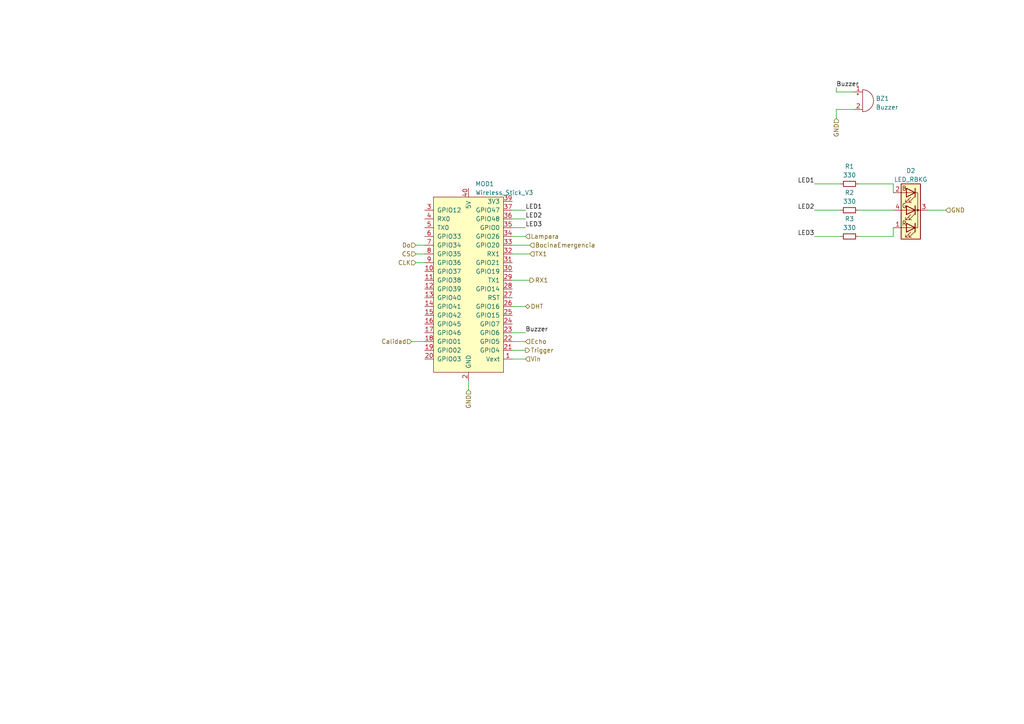
<source format=kicad_sch>
(kicad_sch (version 20230121) (generator eeschema)
  (paper "A4")
  (lib_symbols
    (symbol "Device:Buzzer" (pin_names (offset 0.0254) hide)
      (property "Reference" "BZ" (at 3.81 1.27 0))
      (property "Value" "Buzzer" (at 3.81 -1.27 0))
      (symbol "Buzzer_0_1"
        (arc (start 0 -3.175) (mid 3.1612 0) (end 0 3.175))
        (polyline (pts (xy -1.651 1.905) (xy -1.143 1.905)))
        (polyline (pts (xy -1.397 2.159) (xy -1.397 1.651)))
        (polyline (pts (xy 0 3.175) (xy 0 -3.175)))
      )
      (symbol "Buzzer_1_1"
        (pin passive line (at -2.54 2.54 0) (length 2.54) (name "-") (number "1"))
        (pin passive line (at -2.54 -2.54 0) (length 2.54) (name "+") (number "2"))
      )
    )
    (symbol "Device:LED_RBKG" (pin_names (offset 0) hide)
      (property "Reference" "D" (at 0 9.398 0))
      (property "Value" "LED_RBKG" (at 0 -8.89 0))
      (symbol "LED_RBKG_0_0"
        (text "B" (at 1.905 -6.35 0) (effects (font (size 1.27 1.27))))
        (text "G" (at 1.905 -1.27 0) (effects (font (size 1.27 1.27))))
        (text "R" (at 1.905 3.81 0) (effects (font (size 1.27 1.27))))
      )
      (symbol "LED_RBKG_0_1"
        (circle (center -2.032 0) (radius 0.254) (fill (type outline)))
        (polyline (pts (xy -1.27 -5.08) (xy 1.27 -5.08)))
        (polyline (pts (xy -1.27 -3.81) (xy -1.27 -6.35)) (stroke (width 0.254)))
        (polyline (pts (xy -1.27 0) (xy -2.54 0)))
        (polyline (pts (xy -1.27 1.27) (xy -1.27 -1.27)) (stroke (width 0.254)))
        (polyline (pts (xy -1.27 5.08) (xy 1.27 5.08)))
        (polyline (pts (xy -1.27 6.35) (xy -1.27 3.81)) (stroke (width 0.254)))
        (polyline (pts (xy 1.27 -5.08) (xy 2.54 -5.08)))
        (polyline (pts (xy 1.27 0) (xy -1.27 0)))
        (polyline (pts (xy 1.27 0) (xy 2.54 0)))
        (polyline (pts (xy 1.27 5.08) (xy 2.54 5.08)))
        (polyline (pts (xy -1.27 1.27) (xy -1.27 -1.27) (xy -1.27 -1.27)))
        (polyline (pts (xy -1.27 6.35) (xy -1.27 3.81) (xy -1.27 3.81)))
        (polyline (pts (xy -1.27 5.08) (xy -2.032 5.08) (xy -2.032 -5.08) (xy -1.016 -5.08)))
        (polyline (pts (xy 1.27 -3.81) (xy 1.27 -6.35) (xy -1.27 -5.08) (xy 1.27 -3.81)) (stroke (width 0.254)))
        (polyline (pts (xy 1.27 1.27) (xy 1.27 -1.27) (xy -1.27 0) (xy 1.27 1.27)) (stroke (width 0.254)))
        (polyline (pts (xy 1.27 6.35) (xy 1.27 3.81) (xy -1.27 5.08) (xy 1.27 6.35)) (stroke (width 0.254)))
        (polyline (pts (xy -1.016 -3.81) (xy 0.508 -2.286) (xy -0.254 -2.286) (xy 0.508 -2.286) (xy 0.508 -3.048)))
        (polyline (pts (xy -1.016 1.27) (xy 0.508 2.794) (xy -0.254 2.794) (xy 0.508 2.794) (xy 0.508 2.032)))
        (polyline (pts (xy -1.016 6.35) (xy 0.508 7.874) (xy -0.254 7.874) (xy 0.508 7.874) (xy 0.508 7.112)))
        (polyline (pts (xy 0 -3.81) (xy 1.524 -2.286) (xy 0.762 -2.286) (xy 1.524 -2.286) (xy 1.524 -3.048)))
        (polyline (pts (xy 0 1.27) (xy 1.524 2.794) (xy 0.762 2.794) (xy 1.524 2.794) (xy 1.524 2.032)))
        (polyline (pts (xy 0 6.35) (xy 1.524 7.874) (xy 0.762 7.874) (xy 1.524 7.874) (xy 1.524 7.112)))
        (rectangle (start 1.27 -1.27) (end 1.27 1.27))
        (rectangle (start 1.27 1.27) (end 1.27 1.27))
        (rectangle (start 1.27 3.81) (end 1.27 6.35))
        (rectangle (start 1.27 6.35) (end 1.27 6.35))
        (rectangle (start 2.794 8.382) (end -2.794 -7.62) (stroke (width 0.254)) (fill (type background)))
      )
      (symbol "LED_RBKG_1_1"
        (pin passive line (at 5.08 5.08 180) (length 2.54) (name "RA") (number "1"))
        (pin passive line (at 5.08 -5.08 180) (length 2.54) (name "BA") (number "2"))
        (pin passive line (at -5.08 0 0) (length 2.54) (name "K") (number "3"))
        (pin passive line (at 5.08 0 180) (length 2.54) (name "GA") (number "4"))
      )
    )
    (symbol "Device:R_Small" (pin_numbers hide) (pin_names (offset 0.254) hide)
      (property "Reference" "R" (at 0.762 0.508 0))
      (property "Value" "R_Small" (at 0.762 -1.016 0))
      (symbol "R_Small_0_1"
        (rectangle (start -0.762 1.778) (end 0.762 -1.778) (stroke (width 0.2032)))
      )
      (symbol "R_Small_1_1"
        (pin passive line (at 0 2.54 270) (length 0.762) (name "~") (number "1"))
        (pin passive line (at 0 -2.54 90) (length 0.762) (name "~") (number "2"))
      )
    )
    (symbol "Heltec_Boards:Wireless_Stick_V3" (pin_names (offset 1.016))
      (property "Reference" "MOD" (at -5.08 30.48 0))
      (property "Value" "Wireless_Stick_V3" (at -11.43 27.94 0))
      (symbol "Wireless_Stick_V3_0_1"
        (rectangle (start 10.16 -25.4) (end -10.16 25.4) (fill (type background)))
      )
      (symbol "Wireless_Stick_V3_1_1"
        (pin power_out line (at 12.7 -21.59 180) (length 2.54) (name "Vext") (number "1"))
        (pin bidirectional line (at -12.7 3.81 0) (length 2.54) (name "GPIO37") (number "10"))
        (pin bidirectional line (at -12.7 1.27 0) (length 2.54) (name "GPIO38") (number "11"))
        (pin bidirectional line (at -12.7 -1.27 0) (length 2.54) (name "GPIO39") (number "12"))
        (pin bidirectional line (at -12.7 -3.81 0) (length 2.54) (name "GPIO40") (number "13"))
        (pin bidirectional line (at -12.7 -6.35 0) (length 2.54) (name "GPIO41") (number "14"))
        (pin bidirectional line (at -12.7 -8.89 0) (length 2.54) (name "GPIO42") (number "15"))
        (pin bidirectional line (at -12.7 -11.43 0) (length 2.54) (name "GPIO45") (number "16"))
        (pin bidirectional line (at -12.7 -13.97 0) (length 2.54) (name "GPIO46") (number "17"))
        (pin bidirectional line (at -12.7 -16.51 0) (length 2.54) (name "GPIO01") (number "18"))
        (pin bidirectional line (at -12.7 -19.05 0) (length 2.54) (name "GPIO02") (number "19"))
        (pin power_in line (at 0 -27.94 90) (length 2.54) (name "GND") (number "2"))
        (pin bidirectional line (at -12.7 -21.59 0) (length 2.54) (name "GPIO03") (number "20"))
        (pin bidirectional line (at 12.7 -19.05 180) (length 2.54) (name "GPIO4") (number "21"))
        (pin bidirectional line (at 12.7 -16.51 180) (length 2.54) (name "GPIO5") (number "22"))
        (pin bidirectional line (at 12.7 -13.97 180) (length 2.54) (name "GPIO6") (number "23"))
        (pin bidirectional line (at 12.7 -11.43 180) (length 2.54) (name "GPIO7") (number "24"))
        (pin bidirectional line (at 12.7 -8.89 180) (length 2.54) (name "GPIO15") (number "25"))
        (pin bidirectional line (at 12.7 -6.35 180) (length 2.54) (name "GPIO16") (number "26"))
        (pin input line (at 12.7 -3.81 180) (length 2.54) (name "RST") (number "27"))
        (pin bidirectional line (at 12.7 -1.27 180) (length 2.54) (name "GPIO14") (number "28"))
        (pin bidirectional line (at 12.7 1.27 180) (length 2.54) (name "TX1") (number "29"))
        (pin bidirectional line (at -12.7 21.59 0) (length 2.54) (name "GPIO12") (number "3"))
        (pin bidirectional line (at 12.7 3.81 180) (length 2.54) (name "GPIO19") (number "30"))
        (pin bidirectional line (at 12.7 6.35 180) (length 2.54) (name "GPIO21") (number "31"))
        (pin bidirectional line (at 12.7 8.89 180) (length 2.54) (name "RX1") (number "32"))
        (pin bidirectional line (at 12.7 11.43 180) (length 2.54) (name "GPIO20") (number "33"))
        (pin bidirectional line (at 12.7 13.97 180) (length 2.54) (name "GPIO26") (number "34"))
        (pin bidirectional line (at 12.7 16.51 180) (length 2.54) (name "GPIO0") (number "35"))
        (pin bidirectional line (at 12.7 19.05 180) (length 2.54) (name "GPIO48") (number "36"))
        (pin bidirectional line (at 12.7 21.59 180) (length 2.54) (name "GPIO47") (number "37"))
        (pin power_in line (at 0 -27.94 90) (length 2.54) hide (name "GND") (number "38"))
        (pin power_out line (at 12.7 24.13 180) (length 2.54) (name "3V3") (number "39"))
        (pin bidirectional line (at -12.7 19.05 0) (length 2.54) (name "RX0") (number "4"))
        (pin power_in line (at 0 27.94 270) (length 2.54) (name "5V") (number "40"))
        (pin bidirectional line (at -12.7 16.51 0) (length 2.54) (name "TX0") (number "5"))
        (pin bidirectional line (at -12.7 13.97 0) (length 2.54) (name "GPIO33") (number "6"))
        (pin bidirectional line (at -12.7 11.43 0) (length 2.54) (name "GPIO34") (number "7"))
        (pin bidirectional line (at -12.7 8.89 0) (length 2.54) (name "GPIO35") (number "8"))
        (pin bidirectional line (at -12.7 6.35 0) (length 2.54) (name "GPIO36") (number "9"))
      )
    )
  )
  (wire (pts (xy 148.59 104.14) (xy 152.4 104.14)))
  (wire (pts (xy 236.22 68.58) (xy 243.84 68.58)))
  (wire (pts (xy 242.57 25.4) (xy 242.57 26.67)))
  (wire (pts (xy 274.32 60.96) (xy 269.24 60.96)))
  (wire (pts (xy 248.92 60.96) (xy 259.08 60.96)))
  (wire (pts (xy 148.59 88.9) (xy 152.4 88.9)))
  (wire (pts (xy 120.65 73.66) (xy 123.19 73.66)))
  (wire (pts (xy 148.59 96.52) (xy 152.4 96.52)))
  (wire (pts (xy 259.08 55.88) (xy 259.08 53.34)))
  (wire (pts (xy 259.08 66.04) (xy 259.08 68.58)))
  (wire (pts (xy 242.57 31.75) (xy 247.65 31.75)))
  (wire (pts (xy 236.22 60.96) (xy 243.84 60.96)))
  (wire (pts (xy 120.65 71.12) (xy 123.19 71.12)))
  (wire (pts (xy 259.08 53.34) (xy 248.92 53.34)))
  (wire (pts (xy 148.59 99.06) (xy 152.4 99.06)))
  (wire (pts (xy 248.92 68.58) (xy 259.08 68.58)))
  (wire (pts (xy 148.59 66.04) (xy 152.4 66.04)))
  (wire (pts (xy 148.59 81.28) (xy 153.67 81.28)))
  (wire (pts (xy 242.57 34.29) (xy 242.57 31.75)))
  (wire (pts (xy 148.59 101.6) (xy 152.4 101.6)))
  (wire (pts (xy 148.59 60.96) (xy 152.4 60.96)))
  (wire (pts (xy 148.59 63.5) (xy 152.4 63.5)))
  (wire (pts (xy 148.59 73.66) (xy 153.67 73.66)))
  (wire (pts (xy 135.89 110.49) (xy 135.89 113.03)))
  (wire (pts (xy 119.38 99.06) (xy 123.19 99.06)))
  (wire (pts (xy 148.59 71.12) (xy 153.67 71.12)))
  (wire (pts (xy 242.57 26.67) (xy 247.65 26.67)))
  (wire (pts (xy 120.65 76.2) (xy 123.19 76.2)))
  (wire (pts (xy 148.59 68.58) (xy 152.4 68.58)))
  (wire (pts (xy 236.22 53.34) (xy 243.84 53.34)))
  (label "LED1" (at 152.4 60.96 0))
  (label "Buzzer" (at 242.57 25.4 0))
  (label "LED1" (at 236.22 53.34 180))
  (label "LED2" (at 152.4 63.5 0))
  (label "LED2" (at 236.22 60.96 180))
  (label "LED3" (at 236.22 68.58 180))
  (label "Buzzer" (at 152.4 96.52 0))
  (label "LED3" (at 152.4 66.04 0))
  (hierarchical_label "Echo" (shape input) (at 152.4 99.06 0))
  (hierarchical_label "TX1" (shape input) (at 153.67 73.66 0))
  (hierarchical_label "Calidad" (shape input) (at 119.38 99.06 180))
  (hierarchical_label "Lampara" (shape input) (at 152.4 68.58 0))
  (hierarchical_label "CLK" (shape input) (at 120.65 76.2 180))
  (hierarchical_label "BocinaEmergencia" (shape input) (at 153.67 71.12 0))
  (hierarchical_label "GND" (shape input) (at 274.32 60.96 0))
  (hierarchical_label "RX1" (shape output) (at 153.67 81.28 0))
  (hierarchical_label "CS" (shape input) (at 120.65 73.66 180))
  (hierarchical_label "Do" (shape input) (at 120.65 71.12 180))
  (hierarchical_label "DHT" (shape bidirectional) (at 152.4 88.9 0))
  (hierarchical_label "GND" (shape input) (at 135.89 113.03 270))
  (hierarchical_label "Trigger" (shape output) (at 152.4 101.6 0))
  (hierarchical_label "GND" (shape input) (at 242.57 34.29 270))
  (hierarchical_label "Vin" (shape input) (at 152.4 104.14 0))
  (symbol (lib_id "Device:R_Small") (at 246.38 68.58 90) (unit 1)
    (property "Reference" "R3" (at 246.38 63.5 90))
    (property "Value" "330" (at 246.38 66.04 90))
    (property "Footprint" "Resistor_SMD:R_1206_3216Metric" (effects hide))
  )
  (symbol (lib_id "Heltec_Boards:Wireless_Stick_V3") (at 135.89 82.55 0) (unit 1)
    (property "Reference" "MOD1" (at 137.8459 53.34 0) (effects (justify left)))
    (property "Value" "Wireless_Stick_V3" (at 137.8459 55.88 0) (effects (justify left)))
    (property "Footprint" "Heltec:Wireless_Stick_Lite_V3" (effects hide))
  )
  (symbol (lib_id "Device:R_Small") (at 246.38 53.34 90) (unit 1)
    (property "Reference" "R1" (at 246.38 48.26 90))
    (property "Value" "330" (at 246.38 50.8 90))
    (property "Footprint" "Resistor_SMD:R_1206_3216Metric" (effects hide))
  )
  (symbol (lib_id "Device:LED_RBKG") (at 264.16 60.96 180) (unit 1)
    (property "Reference" "D2" (at 264.16 49.53 0))
    (property "Value" "LED_RBKG" (at 264.16 52.07 0))
    (property "Footprint" "LED_THT:LED_D5.0mm-4_RGB" (effects hide))
  )
  (symbol (lib_id "Device:R_Small") (at 246.38 60.96 90) (unit 1)
    (property "Reference" "R2" (at 246.38 55.88 90))
    (property "Value" "330" (at 246.38 58.42 90))
    (property "Footprint" "Resistor_SMD:R_1206_3216Metric" (effects hide))
  )
  (symbol (lib_id "Device:Buzzer") (at 250.19 29.21 0) (unit 1)
    (property "Reference" "BZ1" (at 254 28.575 0) (effects (justify left)))
    (property "Value" "Buzzer" (at 254 31.115 0) (effects (justify left)))
    (property "Footprint" "Buzzer_Beeper:Buzzer_12x9.5RM7.6" (effects hide))
  )
)
</source>
